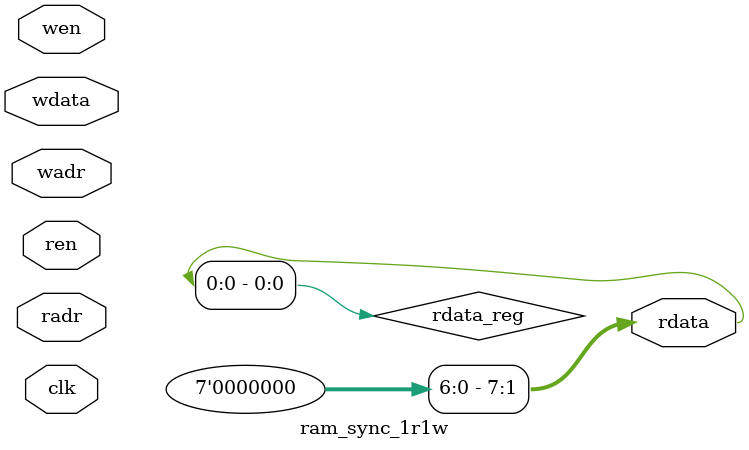
<source format=v>
module ram_sync_1r1w
#(
  parameter DATA_WIDTH = 8,
  parameter ADDR_WIDTH = 7,
  parameter DEPTH = 128
)(
  input clk,
  input wen,
  input [ADDR_WIDTH - 1 : 0] wadr,
  input [DATA_WIDTH - 1 : 0] wdata,
  input ren,
  input [ADDR_WIDTH - 1 : 0] radr,
  output [DATA_WIDTH - 1 : 0] rdata
);
  
  // synopsys translate_off
  reg [DATA_WIDTH - 1 : 0] rdata_reg;
  
  reg [DATA_WIDTH - 1 : 0] mem [DEPTH - 1 : 0];

  logic write_forward;
  assign write_forward = radr == wadr && wen;
  
  always @(posedge clk) begin
    if (wen) begin
      mem[wadr] <= wdata; // write port
    end
    if (ren) begin
      if (write_forward) begin
        rdata_reg <= wdata;
      end else begin
        rdata_reg <= mem[radr]; // read port
      end
    end
  end
  // synopsys translate_on

  assign rdata = rdata_reg;

endmodule

</source>
